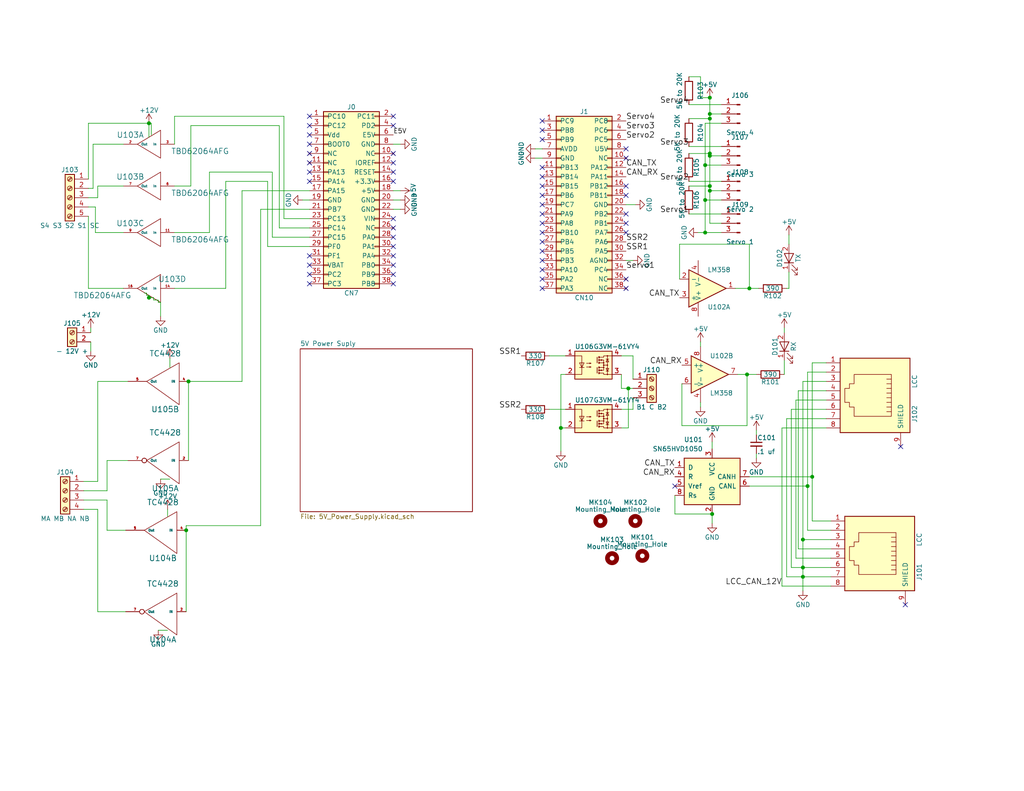
<source format=kicad_sch>
(kicad_sch (version 20211123) (generator eeschema)
  (paper "USLetter")
  (title_block (title "STM32F303-RIR4") (date "7/23/2025") (rev "A") (company "Deepwoods Software"))
  (lib_symbols
    (symbol "STM32F303-RIR4-rescue:+12V" (power) (pin_names (offset 0))
      (property "Value" "+12V" (at 0 3.556 0))
      (symbol "+12V_1_1"
        (pin power_in line (at 0 0 90) (length 0) hide (name "+12V") (number "1"))
      )
    )
    (symbol "STM32F303-RIR4-rescue:+5V" (power) (pin_names (offset 0))
      (property "Value" "+5V" (at 0 3.556 0))
      (symbol "+5V_1_1"
        (pin power_in line (at 0 0 90) (length 0) hide (name "+5V") (number "1"))
      )
    )
    (symbol "STM32F303-RIR4-rescue:ASSR-1218" (pin_names (offset 1.016))
      (property "Reference" "U" (at -5.08 5.08 0))
      (property "Value" "ASSR-1218" (at 0 5.08 0))
      (symbol "ASSR-1218_1_1"
        (pin passive line (at -7.62 2.54 0) (length 2.54) (name "~") (number "1"))
        (pin passive line (at -7.62 -2.54 0) (length 2.54) (name "~") (number "2"))
        (pin passive line (at 7.62 -2.54 180) (length 2.54) (name "~") (number "3"))
        (pin passive line (at 7.62 2.54 180) (length 2.54) (name "~") (number "4"))
      )
    )
    (symbol "STM32F303-RIR4-rescue:C_Small" (pin_numbers hide) (pin_names (offset 0.254) hide)
      (property "Reference" "C" (at 0.254 1.778 0))
      (property "Value" "C_Small" (at 0.254 -2.032 0))
      (symbol "C_Small_1_1"
        (pin passive line (at 0 2.54 270) (length 2.032) (name "~") (number "1"))
        (pin passive line (at 0 -2.54 90) (length 2.032) (name "~") (number "2"))
      )
    )
    (symbol "STM32F303-RIR4-rescue:Conn_01x03_Male" (pin_names (offset 1.016) hide)
      (property "Reference" "J" (at 0 5.08 0))
      (property "Value" "Conn_01x03_Male" (at 0 -5.08 0))
      (symbol "Conn_01x03_Male_1_1"
        (pin passive line (at 5.08 2.54 180) (length 3.81) (name "Pin_1") (number "1"))
        (pin passive line (at 5.08 0 180) (length 3.81) (name "Pin_2") (number "2"))
        (pin passive line (at 5.08 -2.54 180) (length 3.81) (name "Pin_3") (number "3"))
      )
    )
    (symbol "STM32F303-RIR4-rescue:GND" (power) (pin_names (offset 0))
      (property "Value" "GND" (at 0 -3.81 0))
      (symbol "GND_1_1"
        (pin power_in line (at 0 0 270) (length 0) hide (name "GND") (number "1"))
      )
    )
    (symbol "STM32F303-RIR4-rescue:LED" (pin_names (offset 1.016) hide)
      (property "Reference" "D" (at 0 2.54 0))
      (property "Value" "LED" (at 0 -2.54 0))
      (symbol "LED_1_1"
        (pin passive line (at -3.81 0 0) (length 2.54) (name "K") (number "1"))
        (pin passive line (at 3.81 0 180) (length 2.54) (name "A") (number "2"))
      )
    )
    (symbol "STM32F303-RIR4-rescue:LM358"
      (property "Reference" "U" (at 0 5.08 0))
      (property "Value" "LM358" (at 0 -5.08 0))
      (symbol "LM358_0_1"
        (pin power_in line (at -2.54 -7.62 90) (length 3.81) (name "V-") (number "4"))
        (pin power_in line (at -2.54 7.62 270) (length 3.81) (name "V+") (number "8"))
      )
      (symbol "LM358_1_1"
        (pin output line (at 7.62 0 180) (length 2.54) (name "~") (number "1"))
        (pin input line (at -7.62 -2.54 0) (length 2.54) (name "-") (number "2"))
        (pin input line (at -7.62 2.54 0) (length 2.54) (name "+") (number "3"))
      )
      (symbol "LM358_2_1"
        (pin input line (at -7.62 2.54 0) (length 2.54) (name "+") (number "5"))
        (pin input line (at -7.62 -2.54 0) (length 2.54) (name "-") (number "6"))
        (pin output line (at 7.62 0 180) (length 2.54) (name "~") (number "7"))
      )
    )
    (symbol "STM32F303-RIR4-rescue:Mounting_Hole" (pin_names (offset 1.016))
      (property "Reference" "MK" (at 0 5.08 0))
      (property "Value" "Mounting_Hole" (at 0 3.175 0))
    )
    (symbol "STM32F303-RIR4-rescue:R" (pin_numbers hide) (pin_names (offset 0))
      (property "Reference" "R" (at 2.032 0 90))
      (property "Value" "R" (at 0 0 90))
      (symbol "R_1_1"
        (pin passive line (at 0 3.81 270) (length 1.27) (name "~") (number "1"))
        (pin passive line (at 0 -3.81 90) (length 1.27) (name "~") (number "2"))
      )
    )
    (symbol "STM32F303-RIR4-rescue:RJ45" (pin_names (offset 1.016))
      (property "Reference" "J" (at 5.08 12.7 0))
      (property "Value" "RJ45" (at -3.81 12.7 0))
      (symbol "RJ45_1_1"
        (pin passive line (at -8.89 -11.43 90) (length 3.81) (name "~") (number "1"))
        (pin passive line (at -6.35 -11.43 90) (length 3.81) (name "~") (number "2"))
        (pin passive line (at -3.81 -11.43 90) (length 3.81) (name "~") (number "3"))
        (pin passive line (at -1.27 -11.43 90) (length 3.81) (name "~") (number "4"))
        (pin passive line (at 1.27 -11.43 90) (length 3.81) (name "~") (number "5"))
        (pin passive line (at 3.81 -11.43 90) (length 3.81) (name "~") (number "6"))
        (pin passive line (at 6.35 -11.43 90) (length 3.81) (name "~") (number "7"))
        (pin passive line (at 8.89 -11.43 90) (length 3.81) (name "~") (number "8"))
        (pin passive line (at 13.97 8.89 180) (length 3.81) (name "SHIELD") (number "9"))
      )
    )
    (symbol "STM32F303-RIR4-rescue:Screw_Terminal_01x02" (pin_names (offset 1.016) hide)
      (property "Reference" "J" (at 0 2.54 0))
      (property "Value" "Screw_Terminal_01x02" (at 0 -5.08 0))
      (symbol "Screw_Terminal_01x02_1_1"
        (pin passive line (at -5.08 0 0) (length 3.81) (name "Pin_1") (number "1"))
        (pin passive line (at -5.08 -2.54 0) (length 3.81) (name "Pin_2") (number "2"))
      )
    )
    (symbol "STM32F303-RIR4-rescue:Screw_Terminal_01x03" (pin_names (offset 1.016) hide)
      (property "Reference" "J" (at 0 5.08 0))
      (property "Value" "Screw_Terminal_01x03" (at 0 -5.08 0))
      (symbol "Screw_Terminal_01x03_1_1"
        (pin passive line (at -5.08 2.54 0) (length 3.81) (name "Pin_1") (number "1"))
        (pin passive line (at -5.08 0 0) (length 3.81) (name "Pin_2") (number "2"))
        (pin passive line (at -5.08 -2.54 0) (length 3.81) (name "Pin_3") (number "3"))
      )
    )
    (symbol "STM32F303-RIR4-rescue:Screw_Terminal_01x04" (pin_names (offset 1.016) hide)
      (property "Reference" "J" (at 0 5.08 0))
      (property "Value" "Screw_Terminal_01x04" (at 0 -7.62 0))
      (symbol "Screw_Terminal_01x04_1_1"
        (pin passive line (at -5.08 2.54 0) (length 3.81) (name "Pin_1") (number "1"))
        (pin passive line (at -5.08 0 0) (length 3.81) (name "Pin_2") (number "2"))
        (pin passive line (at -5.08 -2.54 0) (length 3.81) (name "Pin_3") (number "3"))
        (pin passive line (at -5.08 -5.08 0) (length 3.81) (name "Pin_4") (number "4"))
      )
    )
    (symbol "STM32F303-RIR4-rescue:Screw_Terminal_01x05" (pin_names (offset 1.016) hide)
      (property "Reference" "J" (at 0 7.62 0))
      (property "Value" "Screw_Terminal_01x05" (at 0 -7.62 0))
      (symbol "Screw_Terminal_01x05_1_1"
        (pin passive line (at -5.08 5.08 0) (length 3.81) (name "Pin_1") (number "1"))
        (pin passive line (at -5.08 2.54 0) (length 3.81) (name "Pin_2") (number "2"))
        (pin passive line (at -5.08 0 0) (length 3.81) (name "Pin_3") (number "3"))
        (pin passive line (at -5.08 -2.54 0) (length 3.81) (name "Pin_4") (number "4"))
        (pin passive line (at -5.08 -5.08 0) (length 3.81) (name "Pin_5") (number "5"))
      )
    )
    (symbol "TBD62064AFG_1" (pin_names (offset 1.016))
      (property "Reference" "U103" (at 5.715 2.54 0))
      (property "Value" "TBD62064AFG_1" (at -13.335 -1.905 0))
      (symbol "TBD62064AFG_1_0_1"
        (pin power_in line (at 0 2.54 0) (length 0) hide (name "OC") (number "1"))
        (pin power_in line (at 0 2.54 0) (length 0) hide (name "OC") (number "8"))
        (pin power_in line (at 0.635 -2.54 180) (length 0) hide (name "GND") (number "FIN"))
        (pin power_in line (at 0.635 -2.54 0) (length 0) hide (name "GND") (number "FIN"))
      )
      (symbol "TBD62064AFG_1_1_1"
        (pin output line (at 7.62 0 180) (length 3.81) (name "Out") (number "2"))
        (pin input line (at -6.35 0 0) (length 3.81) (name "In") (number "3"))
      )
      (symbol "TBD62064AFG_1_2_1"
        (pin input line (at -6.35 0 0) (length 3.81) (name "In") (number "6"))
        (pin output line (at 7.62 0 180) (length 3.81) (name "Out") (number "7"))
      )
      (symbol "TBD62064AFG_1_3_1"
        (pin input line (at -6.35 0 0) (length 3.81) (name "In") (number "11"))
        (pin output line (at 7.62 0 180) (length 3.81) (name "Out") (number "9"))
      )
      (symbol "TBD62064AFG_1_4_1"
        (pin output line (at 7.62 0 180) (length 3.81) (name "Out") (number "13"))
        (pin input line (at -6.35 0 0) (length 3.81) (name "In") (number "14"))
      )
    )
    (symbol "TBD62064AFG_2" (pin_names (offset 1.016))
      (property "Reference" "U103" (at -5.715 2.54 0))
      (property "Value" "TBD62064AFG_2" (at 13.335 -1.905 0))
      (symbol "TBD62064AFG_2_0_1"
        (pin power_in line (at 0 2.54 0) (length 0) hide (name "OC") (number "1"))
        (pin power_in line (at 0 2.54 0) (length 0) hide (name "OC") (number "8"))
        (pin power_in line (at 0.635 -2.54 180) (length 0) hide (name "GND") (number "FIN"))
        (pin power_in line (at 0.635 -2.54 0) (length 0) hide (name "GND") (number "FIN"))
      )
      (symbol "TBD62064AFG_2_1_1"
        (pin output line (at 7.62 0 180) (length 3.81) (name "Out") (number "2"))
        (pin input line (at -6.35 0 0) (length 3.81) (name "In") (number "3"))
      )
      (symbol "TBD62064AFG_2_2_1"
        (pin input line (at -6.35 0 0) (length 3.81) (name "In") (number "6"))
        (pin output line (at 7.62 0 180) (length 3.81) (name "Out") (number "7"))
      )
      (symbol "TBD62064AFG_2_3_1"
        (pin input line (at -6.35 0 0) (length 3.81) (name "In") (number "11"))
        (pin output line (at 7.62 0 180) (length 3.81) (name "Out") (number "9"))
      )
      (symbol "TBD62064AFG_2_4_1"
        (pin input line (at -6.35 0 0) (length 3.81) (name "In") (number "14"))
        (pin output line (at 7.62 0 180) (length 3.81) (name "Out") (number "16"))
      )
    )
    (symbol "sn65hvd1050:SN65HVD1050" (pin_names (offset 1.016))
      (property "Reference" "U" (at -2.54 10.16 0))
      (property "Value" "SN65HVD1050" (at -2.54 7.62 0))
      (symbol "SN65HVD1050_1_1"
        (pin input line (at -10.16 2.54 0) (length 2.54) (name "D") (number "1"))
        (pin power_in line (at 0 -10.16 90) (length 2.54) (name "GND") (number "2"))
        (pin power_in line (at 0 7.62 270) (length 2.54) (name "VCC") (number "3"))
        (pin output line (at -10.16 0 0) (length 2.54) (name "R") (number "4"))
        (pin output line (at -10.16 -2.54 0) (length 2.54) (name "Vref") (number "5"))
        (pin bidirectional line (at 10.16 -2.54 180) (length 2.54) (name "CANL") (number "6"))
        (pin bidirectional line (at 10.16 0 180) (length 2.54) (name "CANH") (number "7"))
        (pin power_in line (at -10.16 -5.08 0) (length 2.54) (name "Rs") (number "8"))
      )
    )
    (symbol "stm32Morpho:CN10" (pin_names (offset 1.016))
      (property "Reference" "J" (at 1.27 25.4 0))
      (property "Value" "CN10" (at 1.27 -25.4 0))
      (symbol "CN10_1_1"
        (pin bidirectional line (at -10.16 22.86 0) (length 3.81) (name "PC9") (number "1"))
        (pin no_connect line (at 12.7 12.7 180) (length 3.81) (name "NC") (number "10"))
        (pin bidirectional line (at -10.16 10.16 0) (length 3.81) (name "PB13") (number "11"))
        (pin bidirectional line (at 12.7 10.16 180) (length 3.81) (name "PA12") (number "12"))
        (pin bidirectional line (at -10.16 7.62 0) (length 3.81) (name "PB14") (number "13"))
        (pin bidirectional line (at 12.7 7.62 180) (length 3.81) (name "PA11") (number "14"))
        (pin bidirectional line (at -10.16 5.08 0) (length 3.81) (name "PB15") (number "15"))
        (pin bidirectional line (at 12.7 5.08 180) (length 3.81) (name "PB12") (number "16"))
        (pin bidirectional line (at -10.16 2.54 0) (length 3.81) (name "PB6") (number "17"))
        (pin bidirectional line (at 12.7 2.54 180) (length 3.81) (name "PB11") (number "18"))
        (pin bidirectional line (at -10.16 0 0) (length 3.81) (name "PC7") (number "19"))
        (pin bidirectional line (at 12.7 22.86 180) (length 3.81) (name "PC8") (number "2"))
        (pin power_in line (at 12.7 0 180) (length 3.81) (name "GND") (number "20"))
        (pin bidirectional line (at -10.16 -2.54 0) (length 3.81) (name "PA9") (number "21"))
        (pin bidirectional line (at 12.7 -2.54 180) (length 3.81) (name "PB2") (number "22"))
        (pin bidirectional line (at -10.16 -5.08 0) (length 3.81) (name "PA8") (number "23"))
        (pin bidirectional line (at 12.7 -5.08 180) (length 3.81) (name "PB1") (number "24"))
        (pin bidirectional line (at -10.16 -7.62 0) (length 3.81) (name "PB10") (number "25"))
        (pin bidirectional line (at 12.7 -7.62 180) (length 3.81) (name "PA7") (number "26"))
        (pin bidirectional line (at -10.16 -10.16 0) (length 3.81) (name "PB4") (number "27"))
        (pin bidirectional line (at 12.7 -10.16 180) (length 3.81) (name "PA6") (number "28"))
        (pin bidirectional line (at -10.16 -12.7 0) (length 3.81) (name "PB5") (number "29"))
        (pin bidirectional line (at -10.16 20.32 0) (length 3.81) (name "PB8") (number "3"))
        (pin bidirectional line (at 12.7 -12.7 180) (length 3.81) (name "PA5") (number "30"))
        (pin bidirectional line (at -10.16 -15.24 0) (length 3.81) (name "PB3") (number "31"))
        (pin power_in line (at 12.7 -15.24 180) (length 3.81) (name "AGND") (number "32"))
        (pin bidirectional line (at -10.16 -17.78 0) (length 3.81) (name "PA10") (number "33"))
        (pin bidirectional line (at 12.7 -17.78 180) (length 3.81) (name "PC4") (number "34"))
        (pin bidirectional line (at -10.16 -20.32 0) (length 3.81) (name "PA2") (number "35"))
        (pin no_connect line (at 12.7 -20.32 180) (length 3.81) (name "NC") (number "36"))
        (pin bidirectional line (at -10.16 -22.86 0) (length 3.81) (name "PA3") (number "37"))
        (pin no_connect line (at 12.7 -22.86 180) (length 3.81) (name "NC") (number "38"))
        (pin bidirectional line (at 12.7 20.32 180) (length 3.81) (name "PC6") (number "4"))
        (pin bidirectional line (at -10.16 17.78 0) (length 3.81) (name "PB9") (number "5"))
        (pin bidirectional line (at 12.7 17.78 180) (length 3.81) (name "PC5") (number "6"))
        (pin power_in line (at -10.16 15.24 0) (length 3.81) (name "AVDD") (number "7"))
        (pin power_in line (at 12.7 15.24 180) (length 3.81) (name "U5V") (number "8"))
        (pin power_in line (at -10.16 12.7 0) (length 3.81) (name "GND") (number "9"))
      )
    )
    (symbol "stm32Morpho:CN7" (pin_names (offset 1.016))
      (property "Reference" "J" (at 1.27 25.4 0))
      (property "Value" "CN7" (at 1.27 -25.4 0))
      (symbol "CN7_1_1"
        (pin bidirectional line (at -10.16 22.86 0) (length 3.81) (name "PC10") (number "1"))
        (pin no_connect line (at 12.7 12.7 180) (length 3.81) (name "NC") (number "10"))
        (pin no_connect line (at -10.16 10.16 0) (length 3.81) (name "NC") (number "11"))
        (pin power_in line (at 12.7 10.16 180) (length 3.81) (name "IOREF") (number "12"))
        (pin bidirectional line (at -10.16 7.62 0) (length 3.81) (name "PA13") (number "13"))
        (pin input line (at 12.7 7.62 180) (length 3.81) (name "RESET") (number "14"))
        (pin bidirectional line (at -10.16 5.08 0) (length 3.81) (name "PA14") (number "15"))
        (pin power_out line (at 12.7 5.08 180) (length 3.81) (name "+3.3V") (number "16"))
        (pin bidirectional line (at -10.16 2.54 0) (length 3.81) (name "PA15") (number "17"))
        (pin power_in line (at 12.7 2.54 180) (length 3.81) (name "+5V") (number "18"))
        (pin power_in line (at -10.16 0 0) (length 3.81) (name "GND") (number "19"))
        (pin bidirectional line (at 12.7 22.86 180) (length 3.81) (name "PC11") (number "2"))
        (pin power_in line (at 12.7 0 180) (length 3.81) (name "GND") (number "20"))
        (pin bidirectional line (at -10.16 -2.54 0) (length 3.81) (name "PB7") (number "21"))
        (pin power_in line (at 12.7 -2.54 180) (length 3.81) (name "GND") (number "22"))
        (pin bidirectional line (at -10.16 -5.08 0) (length 3.81) (name "PC13") (number "23"))
        (pin power_in line (at 12.7 -5.08 180) (length 3.81) (name "VIN") (number "24"))
        (pin bidirectional line (at -10.16 -7.62 0) (length 3.81) (name "PC14") (number "25"))
        (pin no_connect line (at 12.7 -7.62 180) (length 3.81) (name "NC") (number "26"))
        (pin bidirectional line (at -10.16 -10.16 0) (length 3.81) (name "PC15") (number "27"))
        (pin bidirectional line (at 12.7 -10.16 180) (length 3.81) (name "PA0") (number "28"))
        (pin bidirectional line (at -10.16 -12.7 0) (length 3.81) (name "PF0") (number "29"))
        (pin bidirectional line (at -10.16 20.32 0) (length 3.81) (name "PC12") (number "3"))
        (pin bidirectional line (at 12.7 -12.7 180) (length 3.81) (name "PA1") (number "30"))
        (pin bidirectional line (at -10.16 -15.24 0) (length 3.81) (name "PF1") (number "31"))
        (pin bidirectional line (at 12.7 -15.24 180) (length 3.81) (name "PA4") (number "32"))
        (pin power_in line (at -10.16 -17.78 0) (length 3.81) (name "VBAT") (number "33"))
        (pin bidirectional line (at 12.7 -17.78 180) (length 3.81) (name "PB0") (number "34"))
        (pin bidirectional line (at -10.16 -20.32 0) (length 3.81) (name "PC2") (number "35"))
        (pin bidirectional line (at 12.7 -20.32 180) (length 3.81) (name "PB9") (number "36"))
        (pin bidirectional line (at -10.16 -22.86 0) (length 3.81) (name "PC3") (number "37"))
        (pin bidirectional line (at 12.7 -22.86 180) (length 3.81) (name "PB8") (number "38"))
        (pin bidirectional line (at 12.7 20.32 180) (length 3.81) (name "PD2") (number "4"))
        (pin power_in line (at -10.16 17.78 0) (length 3.81) (name "Vdd") (number "5"))
        (pin power_in line (at 12.7 17.78 180) (length 3.81) (name "E5V") (number "6"))
        (pin input line (at -10.16 15.24 0) (length 3.81) (name "BOOT0") (number "7"))
        (pin power_in line (at 12.7 15.24 180) (length 3.81) (name "GND") (number "8"))
        (pin no_connect line (at -10.16 12.7 0) (length 3.81) (name "NC") (number "9"))
      )
    )
    (symbol "tc442x:TC4428" (pin_names (offset 1.016))
      (property "Reference" "U" (at 0 -7.62 0))
      (property "Value" "TC4428" (at 0 7.62 0))
      (symbol "TC4428_0_1"
        (pin power_in line (at -1.27 -5.08 90) (length 0) hide (name "GND") (number "3"))
        (pin power_in line (at -1.27 3.81 270) (length 0) hide (name "Vdd") (number "6"))
      )
      (symbol "TC4428_1_1"
        (pin input line (at -6.35 0 0) (length 2.54) (name "IN") (number "2"))
        (pin output inverted (at 10.16 0 180) (length 5.08) (name "Out") (number "7"))
      )
      (symbol "TC4428_2_1"
        (pin input line (at -6.35 0 0) (length 2.54) (name "IN") (number "4"))
        (pin output line (at 10.16 0 180) (length 5.08) (name "Out") (number "5"))
      )
    )
  )
  (junction (at 171.45 106.045))
  (junction (at 221.615 130.175))
  (junction (at 193.675 52.07))
  (junction (at 192.405 54.61))
  (junction (at 219.075 157.48))
  (junction (at 220.345 132.715))
  (junction (at 51.435 104.14))
  (junction (at 193.675 32.385))
  (junction (at 192.405 45.085))
  (junction (at 193.675 31.115))
  (junction (at 219.075 154.94))
  (junction (at 194.31 140.335))
  (junction (at 204.47 78.74))
  (junction (at 40.64 33.655))
  (junction (at 193.675 41.91))
  (junction (at 40.64 81.28))
  (junction (at 193.675 50.8))
  (junction (at 50.8 144.78))
  (junction (at 193.675 42.545))
  (junction (at 219.075 147.32))
  (junction (at 153.035 116.84))
  (junction (at 193.675 26.67))
  (junction (at 203.835 102.235))
  (junction (at 192.405 63.5))
  (no_connect (at 170.815 58.42))
  (no_connect (at 147.955 33.02))
  (no_connect (at 147.955 48.26))
  (no_connect (at 107.315 72.39))
  (no_connect (at 170.815 63.5))
  (no_connect (at 147.955 66.04))
  (no_connect (at 147.955 63.5))
  (no_connect (at 170.815 60.96))
  (no_connect (at 170.815 40.64))
  (no_connect (at 147.955 53.34))
  (no_connect (at 147.955 76.2))
  (no_connect (at 184.15 132.715))
  (no_connect (at 84.455 46.99))
  (no_connect (at 245.745 121.92))
  (no_connect (at 107.315 34.29))
  (no_connect (at 147.955 68.58))
  (no_connect (at 84.455 31.75))
  (no_connect (at 107.315 59.69))
  (no_connect (at 147.955 58.42))
  (no_connect (at 170.815 76.2))
  (no_connect (at 84.455 74.93))
  (no_connect (at 107.315 44.45))
  (no_connect (at 107.315 64.77))
  (no_connect (at 170.815 43.18))
  (no_connect (at 107.315 69.85))
  (no_connect (at 84.455 34.29))
  (no_connect (at 147.955 50.8))
  (no_connect (at 84.455 41.91))
  (no_connect (at 107.315 46.99))
  (no_connect (at 84.455 72.39))
  (no_connect (at 247.015 165.1))
  (no_connect (at 147.955 73.66))
  (no_connect (at 107.315 77.47))
  (no_connect (at 170.815 78.74))
  (no_connect (at 170.815 50.8))
  (no_connect (at 84.455 49.53))
  (no_connect (at 84.455 77.47))
  (no_connect (at 84.455 39.37))
  (no_connect (at 84.455 44.45))
  (no_connect (at 107.315 41.91))
  (no_connect (at 107.315 31.75))
  (no_connect (at 147.955 78.74))
  (no_connect (at 147.955 45.72))
  (no_connect (at 84.455 36.83))
  (no_connect (at 147.955 55.88))
  (no_connect (at 147.955 71.12))
  (no_connect (at 170.815 53.34))
  (no_connect (at 107.315 62.23))
  (no_connect (at 107.315 67.31))
  (no_connect (at 147.955 38.1))
  (no_connect (at 147.955 60.96))
  (no_connect (at 107.315 49.53))
  (no_connect (at 107.315 74.93))
  (no_connect (at 84.455 69.85))
  (no_connect (at 147.955 35.56))
  (wire (pts (xy 196.85 40.005) (xy 187.96 40.005)))
  (wire (pts (xy 184.15 135.255) (xy 184.15 140.335)))
  (wire (pts (xy 41.91 81.915) (xy 41.91 81.28)))
  (wire (pts (xy 206.375 123.825) (xy 206.375 125.095)))
  (wire (pts (xy 47.625 63.5) (xy 57.15 63.5)))
  (wire (pts (xy 194.31 120.65) (xy 194.31 122.555)))
  (wire (pts (xy 40.64 81.28) (xy 41.91 81.28)))
  (wire (pts (xy 40.64 80.645) (xy 40.005 80.645)))
  (wire (pts (xy 24.13 78.74) (xy 33.655 78.74)))
  (wire (pts (xy 29.21 125.73) (xy 29.21 133.985)))
  (wire (pts (xy 109.22 57.15) (xy 107.315 57.15)))
  (wire (pts (xy 191.135 93.345) (xy 191.135 94.615)))
  (wire (pts (xy 24.13 53.975) (xy 26.67 53.975)))
  (wire (pts (xy 191.135 109.855) (xy 191.135 111.125)))
  (wire (pts (xy 46.355 130.81) (xy 43.815 130.81)))
  (wire (pts (xy 187.96 50.8) (xy 193.675 50.8)))
  (wire (pts (xy 219.075 104.14) (xy 219.075 147.32)))
  (wire (pts (xy 24.765 89.535) (xy 24.765 90.805)))
  (wire (pts (xy 221.615 130.175) (xy 221.615 142.24)))
  (wire (pts (xy 173.355 55.88) (xy 170.815 55.88)))
  (wire (pts (xy 25.4 51.435) (xy 25.4 39.37)))
  (wire (pts (xy 193.675 42.545) (xy 193.675 50.8)))
  (wire (pts (xy 50.8 144.78) (xy 50.8 167.005)))
  (wire (pts (xy 40.64 37.465) (xy 40.64 33.655)))
  (wire (pts (xy 61.595 78.74) (xy 61.595 49.53)))
  (wire (pts (xy 43.18 82.55) (xy 43.18 81.915)))
  (wire (pts (xy 193.675 52.07) (xy 196.85 52.07)))
  (wire (pts (xy 40.005 80.01) (xy 39.37 80.01)))
  (wire (pts (xy 40.005 80.645) (xy 40.005 80.01)))
  (wire (pts (xy 225.425 116.84) (xy 213.36 116.84)))
  (wire (pts (xy 214.63 157.48) (xy 219.075 157.48)))
  (wire (pts (xy 191.135 20.955) (xy 191.135 26.67)))
  (wire (pts (xy 24.13 51.435) (xy 25.4 51.435)))
  (wire (pts (xy 41.275 33.655) (xy 41.275 36.83)))
  (wire (pts (xy 193.675 32.385) (xy 193.675 41.91)))
  (wire (pts (xy 109.22 54.61) (xy 107.315 54.61)))
  (wire (pts (xy 225.425 111.76) (xy 215.9 111.76)))
  (wire (pts (xy 149.86 97.155) (xy 154.305 97.155)))
  (wire (pts (xy 29.21 136.525) (xy 29.21 144.78)))
  (wire (pts (xy 187.96 20.955) (xy 191.135 20.955)))
  (wire (pts (xy 217.17 109.22) (xy 225.425 109.22)))
  (wire (pts (xy 77.47 31.75) (xy 47.625 31.75)))
  (wire (pts (xy 219.075 104.14) (xy 225.425 104.14)))
  (wire (pts (xy 40.64 81.28) (xy 40.64 80.645)))
  (wire (pts (xy 84.455 62.23) (xy 76.2 62.23)))
  (wire (pts (xy 191.135 26.67) (xy 193.675 26.67)))
  (wire (pts (xy 204.47 78.74) (xy 207.01 78.74)))
  (wire (pts (xy 26.67 167.005) (xy 34.29 167.005)))
  (wire (pts (xy 213.995 98.425) (xy 213.995 102.235)))
  (wire (pts (xy 185.42 66.675) (xy 204.47 66.675)))
  (wire (pts (xy 24.13 33.655) (xy 40.64 33.655)))
  (wire (pts (xy 74.295 46.99) (xy 57.15 46.99)))
  (wire (pts (xy 203.835 116.205) (xy 203.835 102.235)))
  (wire (pts (xy 47.625 78.74) (xy 61.595 78.74)))
  (wire (pts (xy 76.2 62.23) (xy 76.2 34.29)))
  (wire (pts (xy 66.04 104.14) (xy 51.435 104.14)))
  (wire (pts (xy 193.675 26.67) (xy 193.675 31.115)))
  (wire (pts (xy 221.615 99.06) (xy 221.615 130.175)))
  (wire (pts (xy 29.21 144.78) (xy 34.29 144.78)))
  (wire (pts (xy 213.995 89.535) (xy 213.995 90.805)))
  (wire (pts (xy 219.075 154.94) (xy 226.695 154.94)))
  (wire (pts (xy 196.85 31.115) (xy 193.675 31.115)))
  (wire (pts (xy 169.545 102.235) (xy 169.545 106.045)))
  (wire (pts (xy 25.4 39.37) (xy 33.655 39.37)))
  (wire (pts (xy 47.625 50.8) (xy 52.07 50.8)))
  (wire (pts (xy 217.805 149.86) (xy 226.695 149.86)))
  (wire (pts (xy 203.835 102.235) (xy 206.375 102.235)))
  (wire (pts (xy 45.72 140.97) (xy 45.72 139.065)))
  (wire (pts (xy 153.035 116.84) (xy 154.305 116.84)))
  (wire (pts (xy 26.035 63.5) (xy 33.655 63.5)))
  (wire (pts (xy 192.405 54.61) (xy 192.405 63.5)))
  (wire (pts (xy 215.9 111.76) (xy 215.9 154.94)))
  (wire (pts (xy 213.36 116.84) (xy 213.36 160.02)))
  (wire (pts (xy 194.31 140.335) (xy 194.31 142.875)))
  (wire (pts (xy 84.455 52.07) (xy 66.04 52.07)))
  (wire (pts (xy 186.055 116.205) (xy 203.835 116.205)))
  (wire (pts (xy 185.42 76.2) (xy 185.42 66.675)))
  (wire (pts (xy 192.405 54.61) (xy 196.85 54.61)))
  (wire (pts (xy 226.695 152.4) (xy 217.17 152.4)))
  (wire (pts (xy 196.85 49.53) (xy 187.96 49.53)))
  (wire (pts (xy 109.22 52.07) (xy 107.315 52.07)))
  (wire (pts (xy 146.05 43.18) (xy 147.955 43.18)))
  (wire (pts (xy 184.15 140.335) (xy 194.31 140.335)))
  (wire (pts (xy 193.675 31.115) (xy 193.675 32.385)))
  (wire (pts (xy 45.72 172.085) (xy 43.18 172.085)))
  (wire (pts (xy 153.035 102.235) (xy 153.035 116.84)))
  (wire (pts (xy 193.675 52.07) (xy 193.675 60.96)))
  (wire (pts (xy 220.345 101.6) (xy 220.345 132.715)))
  (wire (pts (xy 169.545 111.76) (xy 172.72 111.76)))
  (wire (pts (xy 71.12 143.51) (xy 71.12 57.15)))
  (wire (pts (xy 215.265 74.295) (xy 215.265 78.74)))
  (wire (pts (xy 204.47 132.715) (xy 220.345 132.715)))
  (wire (pts (xy 221.615 142.24) (xy 226.695 142.24)))
  (wire (pts (xy 169.545 97.155) (xy 172.72 97.155)))
  (wire (pts (xy 84.455 64.77) (xy 74.295 64.77)))
  (wire (pts (xy 57.15 63.5) (xy 57.15 46.99)))
  (wire (pts (xy 186.055 104.775) (xy 186.055 116.205)))
  (wire (pts (xy 172.72 71.12) (xy 170.815 71.12)))
  (wire (pts (xy 84.455 59.69) (xy 77.47 59.69)))
  (wire (pts (xy 73.025 67.31) (xy 73.025 49.53)))
  (wire (pts (xy 200.66 78.74) (xy 204.47 78.74)))
  (wire (pts (xy 215.265 64.135) (xy 215.265 66.675)))
  (wire (pts (xy 219.075 154.94) (xy 219.075 157.48)))
  (wire (pts (xy 193.675 50.8) (xy 193.675 52.07)))
  (wire (pts (xy 40.64 33.655) (xy 41.275 33.655)))
  (wire (pts (xy 22.86 139.065) (xy 26.67 139.065)))
  (wire (pts (xy 213.36 160.02) (xy 226.695 160.02)))
  (wire (pts (xy 47.625 39.37) (xy 47.625 31.75)))
  (wire (pts (xy 24.13 59.055) (xy 24.13 78.74)))
  (wire (pts (xy 217.17 152.4) (xy 217.17 109.22)))
  (wire (pts (xy 73.025 49.53) (xy 61.595 49.53)))
  (wire (pts (xy 204.47 130.175) (xy 221.615 130.175)))
  (wire (pts (xy 149.86 111.76) (xy 154.305 111.76)))
  (wire (pts (xy 192.405 45.085) (xy 192.405 54.61)))
  (wire (pts (xy 24.13 56.515) (xy 26.035 56.515)))
  (wire (pts (xy 204.47 66.675) (xy 204.47 78.74)))
  (wire (pts (xy 193.675 42.545) (xy 196.85 42.545)))
  (wire (pts (xy 187.96 41.91) (xy 193.675 41.91)))
  (wire (pts (xy 225.425 101.6) (xy 220.345 101.6)))
  (wire (pts (xy 219.075 157.48) (xy 226.695 157.48)))
  (wire (pts (xy 206.375 117.475) (xy 206.375 118.745)))
  (wire (pts (xy 41.91 81.915) (xy 43.18 81.915)))
  (wire (pts (xy 192.405 33.655) (xy 192.405 45.085)))
  (wire (pts (xy 24.13 48.895) (xy 24.13 33.655)))
  (wire (pts (xy 84.455 67.31) (xy 73.025 67.31)))
  (wire (pts (xy 22.86 136.525) (xy 29.21 136.525)))
  (wire (pts (xy 50.8 143.51) (xy 71.12 143.51)))
  (wire (pts (xy 192.405 33.655) (xy 196.85 33.655)))
  (wire (pts (xy 153.035 102.235) (xy 154.305 102.235)))
  (wire (pts (xy 226.695 147.32) (xy 219.075 147.32)))
  (wire (pts (xy 26.67 139.065) (xy 26.67 167.005)))
  (wire (pts (xy 172.72 111.76) (xy 172.72 108.585)))
  (wire (pts (xy 193.675 60.96) (xy 196.85 60.96)))
  (wire (pts (xy 74.295 64.77) (xy 74.295 46.99)))
  (wire (pts (xy 43.815 86.36) (xy 43.815 82.55)))
  (wire (pts (xy 29.21 133.985) (xy 22.86 133.985)))
  (wire (pts (xy 171.45 116.84) (xy 171.45 106.045)))
  (wire (pts (xy 190.5 63.5) (xy 192.405 63.5)))
  (wire (pts (xy 217.805 106.68) (xy 217.805 149.86)))
  (wire (pts (xy 221.615 99.06) (xy 225.425 99.06)))
  (wire (pts (xy 215.9 154.94) (xy 219.075 154.94)))
  (wire (pts (xy 214.63 114.3) (xy 225.425 114.3)))
  (wire (pts (xy 225.425 106.68) (xy 217.805 106.68)))
  (wire (pts (xy 219.075 147.32) (xy 219.075 154.94)))
  (wire (pts (xy 219.075 157.48) (xy 219.075 161.29)))
  (wire (pts (xy 76.2 34.29) (xy 52.07 34.29)))
  (wire (pts (xy 66.04 52.07) (xy 66.04 104.14)))
  (wire (pts (xy 220.345 132.715) (xy 220.345 144.78)))
  (wire (pts (xy 77.47 59.69) (xy 77.47 31.75)))
  (wire (pts (xy 26.67 50.8) (xy 33.655 50.8)))
  (wire (pts (xy 192.405 63.5) (xy 196.85 63.5)))
  (wire (pts (xy 50.8 143.51) (xy 50.8 144.78)))
  (wire (pts (xy 215.265 78.74) (xy 214.63 78.74)))
  (wire (pts (xy 220.345 144.78) (xy 226.695 144.78)))
  (wire (pts (xy 192.405 45.085) (xy 196.85 45.085)))
  (wire (pts (xy 71.12 57.15) (xy 84.455 57.15)))
  (wire (pts (xy 26.035 56.515) (xy 26.035 63.5)))
  (wire (pts (xy 169.545 106.045) (xy 171.45 106.045)))
  (wire (pts (xy 146.05 40.64) (xy 147.955 40.64)))
  (wire (pts (xy 109.22 39.37) (xy 107.315 39.37)))
  (wire (pts (xy 34.925 104.14) (xy 26.67 104.14)))
  (wire (pts (xy 169.545 116.84) (xy 171.45 116.84)))
  (wire (pts (xy 153.035 116.84) (xy 153.035 123.19)))
  (wire (pts (xy 196.85 28.575) (xy 187.96 28.575)))
  (wire (pts (xy 26.67 104.14) (xy 26.67 131.445)))
  (wire (pts (xy 46.355 100.33) (xy 46.355 97.79)))
  (wire (pts (xy 193.675 41.91) (xy 193.675 42.545)))
  (wire (pts (xy 214.63 157.48) (xy 214.63 114.3)))
  (wire (pts (xy 34.925 125.73) (xy 29.21 125.73)))
  (wire (pts (xy 171.45 106.045) (xy 172.72 106.045)))
  (wire (pts (xy 26.67 53.975) (xy 26.67 50.8)))
  (wire (pts (xy 51.435 104.14) (xy 51.435 125.73)))
  (wire (pts (xy 43.815 82.55) (xy 43.18 82.55)))
  (wire (pts (xy 26.67 131.445) (xy 22.86 131.445)))
  (wire (pts (xy 172.72 97.155) (xy 172.72 103.505)))
  (wire (pts (xy 52.07 50.8) (xy 52.07 34.29)))
  (wire (pts (xy 187.96 32.385) (xy 193.675 32.385)))
  (wire (pts (xy 24.765 93.345) (xy 24.765 95.885)))
  (wire (pts (xy 84.455 54.61) (xy 82.55 54.61)))
  (wire (pts (xy 201.295 102.235) (xy 203.835 102.235)))
  (wire (pts (xy 196.85 58.42) (xy 187.96 58.42)))
  (label "CAN_RX" (at 184.15 130.175 180) (effects (font (size 1.524 1.524))))
  (label "Servo4" (at 170.815 33.02 0) (effects (font (size 1.524 1.524))))
  (label "E5V" (at 107.315 36.83 0))
  (label "SSR2" (at 170.815 66.04 0) (effects (font (size 1.524 1.524))))
  (label "Servo2" (at 187.96 49.53 180) (effects (font (size 1.524 1.524))))
  (label "SSR1" (at 142.24 97.155 180) (effects (font (size 1.524 1.524))))
  (label "Servo1" (at 187.96 58.42 180) (effects (font (size 1.524 1.524))))
  (label "CAN_TX" (at 184.15 127.635 180) (effects (font (size 1.524 1.524))))
  (label "LCC_CAN_12V" (at 213.36 160.02 180) (effects (font (size 1.524 1.524))))
  (label "Servo4" (at 187.96 28.575 180) (effects (font (size 1.524 1.524))))
  (label "Servo3" (at 170.815 35.56 0) (effects (font (size 1.524 1.524))))
  (label "SSR2" (at 142.24 111.76 180) (effects (font (size 1.524 1.524))))
  (label "CAN_RX" (at 186.055 99.695 180) (effects (font (size 1.524 1.524))))
  (label "CAN_TX" (at 170.815 45.72 0) (effects (font (size 1.524 1.524))))
  (label "Servo1" (at 170.815 73.66 0) (effects (font (size 1.524 1.524))))
  (label "CAN_TX" (at 185.42 81.28 180) (effects (font (size 1.524 1.524))))
  (label "Servo3" (at 187.96 40.005 180) (effects (font (size 1.524 1.524))))
  (label "SSR1" (at 170.815 68.58 0) (effects (font (size 1.524 1.524))))
  (label "CAN_RX" (at 170.815 48.26 0) (effects (font (size 1.524 1.524))))
  (label "Servo2" (at 170.815 38.1 0) (effects (font (size 1.524 1.524))))
  (symbol (lib_id "stm32Morpho:CN7") (at 94.615 54.61 0) (unit 1) (in_bom no)
    (property "Reference" "J0" (at 95.885 29.21 0))
    (property "Value" "CN7" (at 95.885 80.01 0))
    (property "Footprint" "stm32Morpho:ST_MorfoHeader" (effects hide))
  )
  (symbol (lib_id "stm32Morpho:CN10") (at 158.115 55.88 0) (unit 1) (in_bom no)
    (property "Reference" "J1" (at 159.385 30.48 0))
    (property "Value" "CN10" (at 159.385 81.28 0))
    (property "Footprint" "stm32Morpho:ST_MorfoHeader" (effects hide))
  )
  (symbol (lib_id "STM32F303-RIR4-rescue:RJ45") (at 236.855 107.95 270) (unit 1) (in_bom no)
    (property "Reference" "J102" (at 249.555 113.03 0))
    (property "Value" "LCC" (at 249.555 104.14 0))
    (property "Footprint" "Connectors:RJ45_8" (effects hide))
  )
  (symbol (lib_id "STM32F303-RIR4-rescue:RJ45") (at 238.125 151.13 270) (unit 1) (in_bom no)
    (property "Reference" "J101" (at 250.825 156.21 0))
    (property "Value" "LCC" (at 250.825 147.32 0))
    (property "Footprint" "Connectors:RJ45_8" (effects hide))
  )
  (symbol (lib_id "sn65hvd1050:SN65HVD1050") (at 194.31 130.175 0) (unit 1)
    (property "Reference" "U101" (at 191.77 120.015 0) (effects (justify right)))
    (property "Value" "SN65HVD1050" (at 191.77 122.555 0) (effects (justify right)))
    (property "Footprint" "Housings_SOIC:SOIC-8_3.9x4.9mm_Pitch1.27mm" (effects hide))
    (property "Mouser Part Number" "595-SN65HVD1050DR" (effects hide))
    (property "LCSC" "C14019" (effects hide))
    (property "MPN" "TI SN65HVD1050DR" (effects hide))
  )
  (symbol (lib_id "STM32F303-RIR4-rescue:+5V") (at 194.31 120.65 0) (unit 1)
    (property "Reference" "#PWR01" (effects hide))
    (property "Value" "+5V" (at 194.31 117.094 0))
  )
  (symbol (lib_id "STM32F303-RIR4-rescue:GND") (at 194.31 142.875 0) (unit 1)
    (property "Reference" "#PWR02" (effects hide))
    (property "Value" "GND" (at 194.31 146.685 0))
  )
  (symbol (lib_id "STM32F303-RIR4-rescue:C_Small") (at 206.375 121.285 0) (unit 1)
    (property "Reference" "C101" (at 206.629 119.507 0) (effects (justify left)))
    (property "Value" ".1 uf" (at 206.629 123.317 0) (effects (justify left)))
    (property "Footprint" "Capacitors_SMD:C_0603" (effects hide))
    (property "Mouser Part Number" " 963-EMK107B7104KAHT " (effects hide))
    (property "LCSC" "C2173920" (effects hide))
    (property "MPN" "Taiyo Yuden EMK107B7104KAHT" (effects hide))
  )
  (symbol (lib_id "STM32F303-RIR4-rescue:+5V") (at 206.375 117.475 0) (unit 1)
    (property "Reference" "#PWR03" (effects hide))
    (property "Value" "+5V" (at 206.375 113.919 0))
  )
  (symbol (lib_id "STM32F303-RIR4-rescue:GND") (at 206.375 125.095 0) (unit 1)
    (property "Reference" "#PWR04" (effects hide))
    (property "Value" "GND" (at 206.375 128.905 0))
  )
  (symbol (lib_id "STM32F303-RIR4-rescue:GND") (at 173.355 55.88 90) (unit 1)
    (property "Reference" "#PWR05" (effects hide))
    (property "Value" "GND" (at 177.165 55.88 0))
  )
  (symbol (lib_id "STM32F303-RIR4-rescue:GND") (at 146.05 40.64 270) (unit 1)
    (property "Reference" "#PWR06" (effects hide))
    (property "Value" "GND" (at 142.24 40.64 0))
  )
  (symbol (lib_id "STM32F303-RIR4-rescue:GND") (at 146.05 43.18 270) (unit 1)
    (property "Reference" "#PWR07" (effects hide))
    (property "Value" "GND" (at 142.24 43.18 0))
  )
  (symbol (lib_id "STM32F303-RIR4-rescue:GND") (at 172.72 71.12 90) (unit 1)
    (property "Reference" "#PWR08" (effects hide))
    (property "Value" "GND" (at 176.53 71.12 0))
  )
  (symbol (lib_id "STM32F303-RIR4-rescue:+5V") (at 109.22 52.07 270) (unit 1)
    (property "Reference" "#PWR09" (effects hide))
    (property "Value" "+5V" (at 112.776 52.07 0))
  )
  (symbol (lib_id "STM32F303-RIR4-rescue:GND") (at 109.22 39.37 90) (unit 1)
    (property "Reference" "#PWR010" (effects hide))
    (property "Value" "GND" (at 113.03 39.37 0))
  )
  (symbol (lib_id "STM32F303-RIR4-rescue:GND") (at 109.22 54.61 90) (unit 1)
    (property "Reference" "#PWR011" (effects hide))
    (property "Value" "GND" (at 113.03 54.61 0))
  )
  (symbol (lib_id "STM32F303-RIR4-rescue:GND") (at 109.22 57.15 90) (unit 1)
    (property "Reference" "#PWR012" (effects hide))
    (property "Value" "GND" (at 113.03 57.15 0))
  )
  (symbol (lib_id "STM32F303-RIR4-rescue:GND") (at 82.55 54.61 270) (unit 1)
    (property "Reference" "#PWR013" (effects hide))
    (property "Value" "GND" (at 78.74 54.61 0))
  )
  (symbol (lib_id "STM32F303-RIR4-rescue:GND") (at 219.075 161.29 0) (unit 1)
    (property "Reference" "#PWR014" (effects hide))
    (property "Value" "GND" (at 219.075 165.1 0))
  )
  (symbol (lib_id "STM32F303-RIR4-rescue:Mounting_Hole") (at 175.26 151.765 0) (unit 1) (in_bom no)
    (property "Reference" "MK101" (at 175.26 146.685 0))
    (property "Value" "Mounting_Hole" (at 175.26 148.59 0))
    (property "Footprint" "Mounting_Holes:MountingHole_3.2mm_M3" (effects hide))
  )
  (symbol (lib_id "STM32F303-RIR4-rescue:Mounting_Hole") (at 173.355 142.24 0) (unit 1) (in_bom no)
    (property "Reference" "MK102" (at 173.355 137.16 0))
    (property "Value" "Mounting_Hole" (at 173.355 139.065 0))
    (property "Footprint" "Mounting_Holes:MountingHole_3.2mm_M3" (effects hide))
  )
  (symbol (lib_id "STM32F303-RIR4-rescue:Mounting_Hole") (at 167.005 152.4 0) (unit 1) (in_bom no)
    (property "Reference" "MK103" (at 167.005 147.32 0))
    (property "Value" "Mounting_Hole" (at 167.005 149.225 0))
    (property "Footprint" "Mounting_Holes:MountingHole_3.2mm_M3" (effects hide))
  )
  (symbol (lib_id "STM32F303-RIR4-rescue:Mounting_Hole") (at 163.83 142.24 0) (unit 1) (in_bom no)
    (property "Reference" "MK104" (at 163.83 137.16 0))
    (property "Value" "Mounting_Hole" (at 163.83 139.065 0))
    (property "Footprint" "Mounting_Holes:MountingHole_3.2mm_M3" (effects hide))
  )
  (symbol (lib_id "STM32F303-RIR4-rescue:LM358") (at 193.04 78.74 0) (mirror x) (unit 1)
    (property "Reference" "U102" (at 193.04 83.82 0) (effects (justify left)))
    (property "Value" "LM358" (at 193.04 73.66 0) (effects (justify left)))
    (property "Footprint" "Housings_SOIC:SOIC-8_3.9x4.9mm_Pitch1.27mm" (effects hide))
    (property "Mouser Part Number" "595-LM358DR" (effects hide))
    (property "LCSC" "C5145450" (effects hide))
    (property "MPN" "HANSCHIP semiconductor LM358DRG" (effects hide))
  )
  (symbol (lib_id "STM32F303-RIR4-rescue:LM358") (at 193.675 102.235 0) (unit 2)
    (property "Reference" "U102" (at 193.675 97.155 0) (effects (justify left)))
    (property "Value" "LM358" (at 193.675 107.315 0) (effects (justify left)))
    (property "Footprint" "Housings_SOIC:SOIC-8_3.9x4.9mm_Pitch1.27mm" (effects hide))
    (property "Mouser Part Number" "595-LM358DR" (effects hide))
    (property "LCSC" "C5145450" (effects hide))
    (property "MPN" "HANSCHIP semiconductor LM358DRG" (effects hide))
  )
  (symbol (lib_id "STM32F303-RIR4-rescue:+5V") (at 191.135 93.345 0) (unit 1)
    (property "Reference" "#PWR015" (effects hide))
    (property "Value" "+5V" (at 191.135 89.789 0))
  )
  (symbol (lib_id "STM32F303-RIR4-rescue:GND") (at 191.135 111.125 0) (unit 1)
    (property "Reference" "#PWR016" (effects hide))
    (property "Value" "GND" (at 191.135 114.935 0))
  )
  (symbol (lib_id "STM32F303-RIR4-rescue:R") (at 210.82 78.74 270) (unit 1)
    (property "Reference" "R102" (at 210.82 80.772 90))
    (property "Value" "390" (at 210.82 78.74 90))
    (property "Footprint" "Resistors_SMD:R_0603" (effects hide))
    (property "Mouser Part Number" "603-AC0603JR-07390RL" (effects hide))
    (property "LCSC" "C228185" (effects hide))
    (property "MPN" "YAGEO AC0603JR-07390RL" (effects hide))
  )
  (symbol (lib_id "STM32F303-RIR4-rescue:R") (at 210.185 102.235 270) (unit 1)
    (property "Reference" "R101" (at 210.185 104.267 90))
    (property "Value" "390" (at 210.185 102.235 90))
    (property "Footprint" "Resistors_SMD:R_0603" (effects hide))
    (property "Mouser Part Number" "603-AC0603JR-07390RL" (effects hide))
    (property "LCSC" "C228185" (effects hide))
    (property "MPN" "YAGEO AC0603JR-07390RL" (effects hide))
  )
  (symbol (lib_id "STM32F303-RIR4-rescue:LED") (at 213.995 94.615 90) (unit 1)
    (property "Reference" "D101" (at 211.455 94.615 0))
    (property "Value" "RX" (at 216.535 94.615 0))
    (property "Footprint" "LEDs:LED_0603" (effects hide))
    (property "Mouser Part Number" "710-150060YS75000" (effects hide))
    (property "LCSC" "C7083723" (effects hide))
    (property "MPN" "Lumex SML-LX0603YW-TR" (effects hide))
  )
  (symbol (lib_id "STM32F303-RIR4-rescue:+5V") (at 213.995 89.535 0) (unit 1)
    (property "Reference" "#PWR017" (effects hide))
    (property "Value" "+5V" (at 213.995 85.979 0))
  )
  (symbol (lib_id "STM32F303-RIR4-rescue:LED") (at 215.265 70.485 90) (unit 1)
    (property "Reference" "D102" (at 212.725 70.485 0))
    (property "Value" "TX" (at 217.805 70.485 0))
    (property "Footprint" "LEDs:LED_0603" (effects hide))
    (property "Mouser Part Number" "710-150060SS75000" (effects hide))
    (property "LCSC" "C5354817" (effects hide))
    (property "MPN" "Lumex SML-LX0603IW-TR" (effects hide))
  )
  (symbol (lib_id "STM32F303-RIR4-rescue:+5V") (at 215.265 64.135 0) (unit 1)
    (property "Reference" "#PWR018" (effects hide))
    (property "Value" "+5V" (at 215.265 60.579 0))
  )
  (symbol (lib_name "TBD62064AFG_1") (lib_id "tbd62064afg:TBD62064AFG") (at 41.275 39.37 0) (mirror y) (unit 1)
    (property "Reference" "U103" (at 35.56 36.83 0) (effects (font (size 1.524 1.524))))
    (property "Value" "TBD62064AFG" (at 54.61 41.275 0) (effects (font (size 1.524 1.524))))
    (property "Footprint" "MyHSOP:HSOP16-P-300-1.00" (effects hide))
    (property "Mouser Part Number" "757-TBD62064AFGEL " (effects hide))
    (property "LCSC" "C141521" (effects hide))
    (property "MPN" "TOSHIBA TBD62064AFG,EL" (effects hide))
  )
  (symbol (lib_id "STM32F303-RIR4-rescue:GND") (at 43.815 86.36 0) (unit 1)
    (property "Reference" "#PWR019" (effects hide))
    (property "Value" "GND" (at 43.815 90.17 0))
  )
  (symbol (lib_id "STM32F303-RIR4-rescue:+12V") (at 40.64 33.655 0) (unit 1)
    (property "Reference" "#PWR020" (effects hide))
    (property "Value" "+12V" (at 40.64 30.099 0))
  )
  (symbol (lib_id "STM32F303-RIR4-rescue:Screw_Terminal_01x05") (at 19.05 53.975 0) (mirror y) (unit 1) (in_bom no)
    (property "Reference" "J103" (at 19.05 46.355 0))
    (property "Value" "S4 S3 S2 S1 SC" (at 19.05 61.595 0))
    (property "Footprint" "Terminal_Blocks:TerminalBlock_Pheonix_MPT-2.54mm_5pol" (effects hide))
  )
  (symbol (lib_id "tc442x:TC4428") (at 45.085 104.14 0) (mirror y) (unit 2)
    (property "Reference" "U105" (at 45.085 111.76 0) (effects (font (size 1.524 1.524))))
    (property "Value" "TC4428" (at 45.085 96.52 0) (effects (font (size 1.524 1.524))))
    (property "Footprint" "Housings_SOIC:SOIC-8_3.9x4.9mm_Pitch1.27mm" (effects hide))
    (property "Mouser Part Number" "579-TC4428ACOA713" (effects hide))
    (property "LCSC" "C624948" (effects hide))
    (property "MPN" "Microchip TC4428ACOA713 " (effects hide))
  )
  (symbol (lib_id "tc442x:TC4428") (at 45.085 125.73 0) (mirror y) (unit 1)
    (property "Reference" "U105" (at 45.085 133.35 0) (effects (font (size 1.524 1.524))))
    (property "Value" "TC4428" (at 45.085 118.11 0) (effects (font (size 1.524 1.524))))
    (property "Footprint" "Housings_SOIC:SOIC-8_3.9x4.9mm_Pitch1.27mm" (effects hide))
    (property "Mouser Part Number" "579-TC4428ACOA713" (effects hide))
    (property "LCSC" "C624948" (effects hide))
    (property "MPN" "Microchip TC4428ACOA713 " (effects hide))
  )
  (symbol (lib_id "tc442x:TC4428") (at 44.45 144.78 0) (mirror y) (unit 2)
    (property "Reference" "U104" (at 44.45 152.4 0) (effects (font (size 1.524 1.524))))
    (property "Value" "TC4428" (at 44.45 137.16 0) (effects (font (size 1.524 1.524))))
    (property "Footprint" "Housings_SOIC:SOIC-8_3.9x4.9mm_Pitch1.27mm" (effects hide))
    (property "Mouser Part Number" "579-TC4428ACOA713" (effects hide))
    (property "LCSC" "C624948" (effects hide))
    (property "MPN" "Microchip TC4428ACOA713 " (effects hide))
  )
  (symbol (lib_id "tc442x:TC4428") (at 44.45 167.005 0) (mirror y) (unit 1)
    (property "Reference" "U104" (at 44.45 174.625 0) (effects (font (size 1.524 1.524))))
    (property "Value" "TC4428" (at 44.45 159.385 0) (effects (font (size 1.524 1.524))))
    (property "Footprint" "Housings_SOIC:SOIC-8_3.9x4.9mm_Pitch1.27mm" (effects hide))
    (property "Mouser Part Number" "579-TC4428ACOA713" (effects hide))
    (property "LCSC" "C624948" (effects hide))
    (property "MPN" "Microchip TC4428ACOA713 " (effects hide))
  )
  (symbol (lib_id "STM32F303-RIR4-rescue:+12V") (at 46.355 97.79 0) (unit 1)
    (property "Reference" "#PWR021" (effects hide))
    (property "Value" "+12V" (at 46.355 94.234 0))
  )
  (symbol (lib_id "STM32F303-RIR4-rescue:+12V") (at 45.72 139.065 0) (unit 1)
    (property "Reference" "#PWR022" (effects hide))
    (property "Value" "+12V" (at 45.72 135.509 0))
  )
  (symbol (lib_id "STM32F303-RIR4-rescue:GND") (at 43.815 130.81 0) (unit 1)
    (property "Reference" "#PWR023" (effects hide))
    (property "Value" "GND" (at 43.815 134.62 0))
  )
  (symbol (lib_id "STM32F303-RIR4-rescue:GND") (at 43.18 172.085 0) (unit 1)
    (property "Reference" "#PWR024" (effects hide))
    (property "Value" "GND" (at 43.18 175.895 0))
  )
  (symbol (lib_id "STM32F303-RIR4-rescue:Screw_Terminal_01x04") (at 17.78 133.985 0) (mirror y) (unit 1) (in_bom no)
    (property "Reference" "J104" (at 17.78 128.905 0))
    (property "Value" "MA MB NA NB" (at 17.78 141.605 0))
    (property "Footprint" "Terminal_Blocks:TerminalBlock_Pheonix_MPT-2.54mm_4pol" (effects hide))
  )
  (symbol (lib_id "STM32F303-RIR4-rescue:Screw_Terminal_01x02") (at 19.685 90.805 0) (mirror y) (unit 1) (in_bom no)
    (property "Reference" "J105" (at 19.685 88.265 0))
    (property "Value" "- 12V +" (at 19.685 95.885 0))
    (property "Footprint" "Terminal_Blocks:TerminalBlock_Pheonix_PT-3.5mm_2pol" (effects hide))
  )
  (symbol (lib_id "STM32F303-RIR4-rescue:GND") (at 24.765 95.885 0) (unit 1)
    (property "Reference" "#PWR025" (effects hide))
    (property "Value" "GND" (at 24.765 99.695 0))
  )
  (symbol (lib_id "STM32F303-RIR4-rescue:+12V") (at 24.765 89.535 0) (unit 1)
    (property "Reference" "#PWR026" (effects hide))
    (property "Value" "+12V" (at 24.765 85.979 0))
  )
  (symbol (lib_id "STM32F303-RIR4-rescue:Conn_01x03_Male") (at 201.93 60.96 0) (mirror y) (unit 1) (in_bom no)
    (property "Reference" "J109" (at 201.93 55.88 0))
    (property "Value" "Servo 1" (at 201.93 66.04 0))
    (property "Footprint" "Pin_Headers:Pin_Header_Straight_1x03_Pitch2.54mm" (effects hide))
  )
  (symbol (lib_id "STM32F303-RIR4-rescue:Conn_01x03_Male") (at 201.93 52.07 0) (mirror y) (unit 1) (in_bom no)
    (property "Reference" "J108" (at 201.93 46.99 0))
    (property "Value" "Servo 2" (at 201.93 57.15 0))
    (property "Footprint" "Pin_Headers:Pin_Header_Straight_1x03_Pitch2.54mm" (effects hide))
  )
  (symbol (lib_id "STM32F303-RIR4-rescue:Conn_01x03_Male") (at 201.93 42.545 0) (mirror y) (unit 1) (in_bom no)
    (property "Reference" "J107" (at 201.93 37.465 0))
    (property "Value" "Servo 3" (at 201.93 47.625 0))
    (property "Footprint" "Pin_Headers:Pin_Header_Straight_1x03_Pitch2.54mm" (effects hide))
  )
  (symbol (lib_id "STM32F303-RIR4-rescue:Conn_01x03_Male") (at 201.93 31.115 0) (mirror y) (unit 1) (in_bom no)
    (property "Reference" "J106" (at 201.93 26.035 0))
    (property "Value" "Servo 4" (at 201.93 36.195 0))
    (property "Footprint" "Pin_Headers:Pin_Header_Straight_1x03_Pitch2.54mm" (effects hide))
  )
  (symbol (lib_id "STM32F303-RIR4-rescue:GND") (at 190.5 63.5 270) (unit 1)
    (property "Reference" "#PWR027" (effects hide))
    (property "Value" "GND" (at 186.69 63.5 0))
  )
  (symbol (lib_id "STM32F303-RIR4-rescue:+5V") (at 193.675 26.67 0) (unit 1)
    (property "Reference" "#PWR028" (effects hide))
    (property "Value" "+5V" (at 193.675 23.114 0))
  )
  (symbol (lib_id "STM32F303-RIR4-rescue:R") (at 187.96 24.765 0) (unit 1) (in_bom no)
    (property "Reference" "R103" (at 191.135 24.765 90))
    (property "Value" "5K to 20K" (at 185.42 24.765 90))
    (property "Footprint" "Resistors_THT:R_Axial_DIN0204_L3.6mm_D1.6mm_P7.62mm_Horizontal" (effects hide))
  )
  (symbol (lib_id "STM32F303-RIR4-rescue:R") (at 187.96 36.195 0) (unit 1) (in_bom no)
    (property "Reference" "R104" (at 191.135 36.195 90))
    (property "Value" "5K to 20K" (at 184.785 36.195 90))
    (property "Footprint" "Resistors_THT:R_Axial_DIN0204_L3.6mm_D1.6mm_P7.62mm_Horizontal" (effects hide))
  )
  (symbol (lib_id "STM32F303-RIR4-rescue:R") (at 187.96 45.72 0) (unit 1) (in_bom no)
    (property "Reference" "R105" (at 189.992 45.72 90))
    (property "Value" "5K to 20K" (at 185.42 45.72 90))
    (property "Footprint" "Resistors_THT:R_Axial_DIN0204_L3.6mm_D1.6mm_P7.62mm_Horizontal" (effects hide))
  )
  (symbol (lib_id "STM32F303-RIR4-rescue:R") (at 187.96 54.61 0) (unit 1) (in_bom no)
    (property "Reference" "R106" (at 189.992 54.61 90))
    (property "Value" "5K to 20K" (at 186.055 54.61 90))
    (property "Footprint" "Resistors_THT:R_Axial_DIN0204_L3.6mm_D1.6mm_P7.62mm_Horizontal" (effects hide))
  )
  (symbol (lib_id "STM32F303-RIR4-rescue:ASSR-1218") (at 161.925 99.695 0) (unit 1)
    (property "Reference" "U106" (at 156.845 94.615 0) (effects (justify left)))
    (property "Value" "G3VM-61VY4" (at 161.925 94.615 0) (effects (justify left)))
    (property "Footprint" "Housings_SOIC:SO-4_4.4x4.3mm_Pitch2.54mm" (effects hide))
    (property "Mouser Part Number" " 653-G3VM-61VY4-TR05" (effects hide))
    (property "LCSC" "C19844354" (effects hide))
    (property "MPN" "OMRON G3VM-61VY4(TR05)" (effects hide))
  )
  (symbol (lib_id "STM32F303-RIR4-rescue:ASSR-1218") (at 161.925 114.3 0) (unit 1)
    (property "Reference" "U107" (at 156.845 109.22 0) (effects (justify left)))
    (property "Value" "G3VM-61VY4" (at 161.925 109.22 0) (effects (justify left)))
    (property "Footprint" "Housings_SOIC:SO-4_4.4x4.3mm_Pitch2.54mm" (effects hide))
    (property "Mouser Part Number" " 653-G3VM-61VY4-TR05" (effects hide))
    (property "LCSC" "C19844354" (effects hide))
    (property "MPN" "OMRON G3VM-61VY4(TR05)" (effects hide))
  )
  (symbol (lib_id "STM32F303-RIR4-rescue:R") (at 146.05 97.155 270) (unit 1)
    (property "Reference" "R107" (at 146.05 99.187 90))
    (property "Value" "330" (at 146.05 97.155 90))
    (property "Footprint" "Resistors_SMD:R_0603" (effects hide))
    (property "Mouser Part Number" "603-RE0603FRE07330RL" (effects hide))
    (property "LCSC" "C859411" (effects hide))
    (property "MPN" "YAGEO RE0603FRE07330RL" (effects hide))
  )
  (symbol (lib_id "STM32F303-RIR4-rescue:R") (at 146.05 111.76 270) (unit 1)
    (property "Reference" "R108" (at 146.05 113.792 90))
    (property "Value" "330" (at 146.05 111.76 90))
    (property "Footprint" "Resistors_SMD:R_0603" (effects hide))
    (property "Mouser Part Number" "603-RE0603FRE07330RL" (effects hide))
    (property "LCSC" "C859411" (effects hide))
    (property "MPN" "YAGEO RE0603FRE07330RL" (effects hide))
  )
  (symbol (lib_id "STM32F303-RIR4-rescue:GND") (at 153.035 123.19 0) (unit 1)
    (property "Reference" "#PWR029" (effects hide))
    (property "Value" "GND" (at 153.035 127 0))
  )
  (symbol (lib_id "STM32F303-RIR4-rescue:Screw_Terminal_01x03") (at 177.8 106.045 0) (unit 1) (in_bom no)
    (property "Reference" "J110" (at 177.8 100.965 0))
    (property "Value" "B1 C B2" (at 177.8 111.125 0))
    (property "Footprint" "Terminal_Blocks:TerminalBlock_Pheonix_MPT-2.54mm_3pol" (effects hide))
  )
  (symbol (lib_name "TBD62064AFG_1") (lib_id "tbd62064afg:TBD62064AFG") (at 41.275 50.8 0) (mirror y) (unit 2)
    (property "Reference" "U103" (at 35.56 48.26 0) (effects (font (size 1.524 1.524))))
    (property "Value" "TBD62064AFG" (at 54.61 52.705 0) (effects (font (size 1.524 1.524))))
    (property "Footprint" "MyHSOP:HSOP16-P-300-1.00" (effects hide))
    (property "Mouser Part Number" "757-TBD62064AFGEL " (effects hide))
    (property "LCSC" "C141521" (effects hide))
    (property "MPN" "TOSHIBA TBD62064AFG,EL" (effects hide))
  )
  (symbol (lib_name "TBD62064AFG_1") (lib_id "tbd62064afg:TBD62064AFG") (at 41.275 63.5 0) (mirror y) (unit 3)
    (property "Reference" "U103" (at 35.56 60.96 0) (effects (font (size 1.524 1.524))))
    (property "Value" "TBD62064AFG" (at 54.61 65.405 0) (effects (font (size 1.524 1.524))))
    (property "Footprint" "MyHSOP:HSOP16-P-300-1.00" (effects hide))
    (property "Mouser Part Number" "757-TBD62064AFGEL " (effects hide))
    (property "LCSC" "C141521" (effects hide))
    (property "MPN" "TOSHIBA TBD62064AFG,EL" (effects hide))
  )
  (symbol (lib_name "TBD62064AFG_2") (lib_id "tbd62064afg:TBD62064AFG") (at 41.275 78.74 0) (mirror y) (unit 4)
    (property "Reference" "U103" (at 46.99 76.2 0) (effects (font (size 1.524 1.524))))
    (property "Value" "TBD62064AFG" (at 27.94 80.645 0) (effects (font (size 1.524 1.524))))
    (property "Footprint" "MyHSOP:HSOP16-P-300-1.00" (effects hide))
    (property "Mouser Part Number" "757-TBD62064AFGEL " (effects hide))
    (property "LCSC" "C141521" (effects hide))
    (property "MPN" "TOSHIBA TBD62064AFG,EL" (effects hide))
  )
  (sheet (at 81.915 95.25) (size 46.99 44.45) (stroke (width 0.1524))
    (property "Sheet name" "5V Power Suply" (at 81.915 94.5384 0) (effects (justify left bottom)))
    (property "Sheet file" "5V_Power_Supply.kicad_sch" (at 81.915 140.2846 0) (effects (justify left top)))
  )
)
</source>
